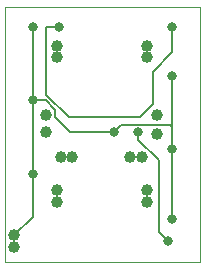
<source format=gbl>
G75*
%MOIN*%
%OFA0B0*%
%FSLAX24Y24*%
%IPPOS*%
%LPD*%
%AMOC8*
5,1,8,0,0,1.08239X$1,22.5*
%
%ADD10C,0.0000*%
%ADD11C,0.0397*%
%ADD12C,0.0317*%
%ADD13C,0.0060*%
D10*
X002392Y002517D02*
X002392Y011017D01*
X008892Y011017D01*
X008892Y002517D01*
X002392Y002517D01*
D11*
X002704Y003017D03*
X002704Y003392D03*
X004142Y004517D03*
X004142Y004892D03*
X004267Y006017D03*
X004642Y006017D03*
X003767Y006829D03*
X003767Y007392D03*
X004142Y009329D03*
X004142Y009704D03*
X007142Y009704D03*
X007142Y009329D03*
X007454Y007392D03*
X007454Y006767D03*
X006954Y006017D03*
X006579Y006017D03*
X007142Y004892D03*
X007142Y004517D03*
D12*
X007954Y003954D03*
X007829Y003204D03*
X007954Y006267D03*
X006829Y006829D03*
X006017Y006829D03*
X007954Y008704D03*
X007954Y010329D03*
X004204Y010329D03*
X003329Y010329D03*
X003329Y007892D03*
X003329Y005454D03*
D13*
X003329Y007892D01*
X003767Y007892D01*
X004079Y007579D01*
X004079Y007329D01*
X004579Y006829D01*
X006017Y006829D01*
X006267Y007079D01*
X007892Y007079D01*
X007954Y007017D01*
X007954Y006267D01*
X007954Y003954D01*
X007517Y003517D02*
X007517Y005892D01*
X006829Y006579D01*
X006829Y006829D01*
X006892Y007329D02*
X007329Y007767D01*
X007329Y008829D01*
X007954Y009517D01*
X007954Y010329D01*
X007954Y008704D02*
X007954Y006267D01*
X006892Y007329D02*
X004517Y007329D01*
X003767Y008079D01*
X003767Y010329D01*
X004204Y010329D01*
X003329Y010329D02*
X003329Y007892D01*
X003329Y005454D02*
X003329Y004017D01*
X002704Y003392D01*
X007517Y003517D02*
X007829Y003204D01*
M02*

</source>
